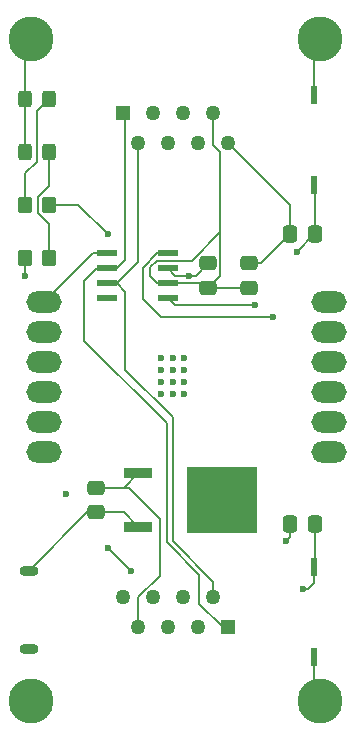
<source format=gbl>
%TF.GenerationSoftware,KiCad,Pcbnew,8.0.1-8.0.1-1~ubuntu22.04.1*%
%TF.CreationDate,2024-04-03T01:55:53-04:00*%
%TF.ProjectId,esp32_rover_devkit,65737033-325f-4726-9f76-65725f646576,rev?*%
%TF.SameCoordinates,Original*%
%TF.FileFunction,Copper,L4,Bot*%
%TF.FilePolarity,Positive*%
%FSLAX46Y46*%
G04 Gerber Fmt 4.6, Leading zero omitted, Abs format (unit mm)*
G04 Created by KiCad (PCBNEW 8.0.1-8.0.1-1~ubuntu22.04.1) date 2024-04-03 01:55:53*
%MOMM*%
%LPD*%
G01*
G04 APERTURE LIST*
G04 Aperture macros list*
%AMRoundRect*
0 Rectangle with rounded corners*
0 $1 Rounding radius*
0 $2 $3 $4 $5 $6 $7 $8 $9 X,Y pos of 4 corners*
0 Add a 4 corners polygon primitive as box body*
4,1,4,$2,$3,$4,$5,$6,$7,$8,$9,$2,$3,0*
0 Add four circle primitives for the rounded corners*
1,1,$1+$1,$2,$3*
1,1,$1+$1,$4,$5*
1,1,$1+$1,$6,$7*
1,1,$1+$1,$8,$9*
0 Add four rect primitives between the rounded corners*
20,1,$1+$1,$2,$3,$4,$5,0*
20,1,$1+$1,$4,$5,$6,$7,0*
20,1,$1+$1,$6,$7,$8,$9,0*
20,1,$1+$1,$8,$9,$2,$3,0*%
G04 Aperture macros list end*
%TA.AperFunction,ComponentPad*%
%ADD10C,2.600000*%
%TD*%
%TA.AperFunction,ConnectorPad*%
%ADD11C,3.800000*%
%TD*%
%TA.AperFunction,ComponentPad*%
%ADD12O,1.600000X0.900000*%
%TD*%
%TA.AperFunction,SMDPad,CuDef*%
%ADD13R,2.489200X0.939800*%
%TD*%
%TA.AperFunction,SMDPad,CuDef*%
%ADD14R,5.918200X5.562600*%
%TD*%
%TA.AperFunction,SMDPad,CuDef*%
%ADD15RoundRect,0.250000X0.475000X-0.337500X0.475000X0.337500X-0.475000X0.337500X-0.475000X-0.337500X0*%
%TD*%
%TA.AperFunction,SMDPad,CuDef*%
%ADD16RoundRect,0.250000X-0.325000X-0.450000X0.325000X-0.450000X0.325000X0.450000X-0.325000X0.450000X0*%
%TD*%
%TA.AperFunction,SMDPad,CuDef*%
%ADD17R,0.609600X1.511300*%
%TD*%
%TA.AperFunction,SMDPad,CuDef*%
%ADD18RoundRect,0.250000X-0.337500X-0.475000X0.337500X-0.475000X0.337500X0.475000X-0.337500X0.475000X0*%
%TD*%
%TA.AperFunction,SMDPad,CuDef*%
%ADD19RoundRect,0.250000X-0.475000X0.337500X-0.475000X-0.337500X0.475000X-0.337500X0.475000X0.337500X0*%
%TD*%
%TA.AperFunction,SMDPad,CuDef*%
%ADD20RoundRect,0.041300X0.833700X0.253700X-0.833700X0.253700X-0.833700X-0.253700X0.833700X-0.253700X0*%
%TD*%
%TA.AperFunction,SMDPad,CuDef*%
%ADD21RoundRect,0.250000X-0.350000X-0.450000X0.350000X-0.450000X0.350000X0.450000X-0.350000X0.450000X0*%
%TD*%
%TA.AperFunction,SMDPad,CuDef*%
%ADD22RoundRect,0.250000X0.350000X0.450000X-0.350000X0.450000X-0.350000X-0.450000X0.350000X-0.450000X0*%
%TD*%
%TA.AperFunction,ComponentPad*%
%ADD23R,1.268000X1.268000*%
%TD*%
%TA.AperFunction,ComponentPad*%
%ADD24C,1.268000*%
%TD*%
%TA.AperFunction,ComponentPad*%
%ADD25O,3.000000X1.800000*%
%TD*%
%TA.AperFunction,ViaPad*%
%ADD26C,0.600000*%
%TD*%
%TA.AperFunction,Conductor*%
%ADD27C,0.200000*%
%TD*%
G04 APERTURE END LIST*
D10*
%TO.P,H2,1,1*%
%TO.N,GND*%
X46000000Y-23000000D03*
D11*
X46000000Y-23000000D03*
%TD*%
D10*
%TO.P,H4,1,1*%
%TO.N,GND*%
X46000000Y-79000000D03*
D11*
X46000000Y-79000000D03*
%TD*%
D10*
%TO.P,H3,1,1*%
%TO.N,GND*%
X21500000Y-79000000D03*
D11*
X21500000Y-79000000D03*
%TD*%
D10*
%TO.P,H1,1,1*%
%TO.N,GND*%
X21500000Y-23000000D03*
D11*
X21500000Y-23000000D03*
%TD*%
D12*
%TO.P,J1,6,Shield*%
%TO.N,GND*%
X21325000Y-68000000D03*
X21325000Y-74600000D03*
%TD*%
D13*
%TO.P,U2,1,GND*%
%TO.N,GND*%
X30605800Y-64286000D03*
D14*
%TO.P,U2,2,OUTPUT*%
%TO.N,+3.3V*%
X37679700Y-62000000D03*
D13*
%TO.P,U2,3,INPUT*%
%TO.N,+5V*%
X30605800Y-59714000D03*
%TD*%
D15*
%TO.P,C7,1*%
%TO.N,+5V*%
X40000000Y-44037500D03*
%TO.P,C7,2*%
%TO.N,GND*%
X40000000Y-41962500D03*
%TD*%
D16*
%TO.P,D2,1,K*%
%TO.N,GND*%
X20975000Y-28000000D03*
%TO.P,D2,2,A*%
%TO.N,Net-(D2-A)*%
X23025000Y-28000000D03*
%TD*%
D17*
%TO.P,SW1,1*%
%TO.N,GND*%
X45500000Y-75303650D03*
%TO.P,SW1,2*%
%TO.N,EN_PB*%
X45500000Y-67696350D03*
%TD*%
D16*
%TO.P,D1,1,K*%
%TO.N,GND*%
X20975000Y-32500000D03*
%TO.P,D1,2,A*%
%TO.N,Net-(D1-A)*%
X23025000Y-32500000D03*
%TD*%
D18*
%TO.P,C4,1*%
%TO.N,GND*%
X43462500Y-64000000D03*
%TO.P,C4,2*%
%TO.N,EN_PB*%
X45537500Y-64000000D03*
%TD*%
D19*
%TO.P,C6,1*%
%TO.N,+5V*%
X27000000Y-60962500D03*
%TO.P,C6,2*%
%TO.N,GND*%
X27000000Y-63037500D03*
%TD*%
D18*
%TO.P,C5,1*%
%TO.N,GND*%
X43462500Y-39500000D03*
%TO.P,C5,2*%
%TO.N,GPIO_0*%
X45537500Y-39500000D03*
%TD*%
D17*
%TO.P,SW2,1*%
%TO.N,GND*%
X45500000Y-27696350D03*
%TO.P,SW2,2*%
%TO.N,GPIO_0*%
X45500000Y-35303650D03*
%TD*%
D20*
%TO.P,U3,1,TXD*%
%TO.N,RXC*%
X33085000Y-41095000D03*
%TO.P,U3,2,GND*%
%TO.N,GND*%
X33085000Y-42365000D03*
%TO.P,U3,3,VCC*%
%TO.N,+5V*%
X33085000Y-43635000D03*
%TO.P,U3,4,RXD*%
%TO.N,TXC*%
X33085000Y-44905000D03*
%TO.P,U3,5,VREF*%
%TO.N,unconnected-(U3-VREF-Pad5)*%
X27915000Y-44905000D03*
%TO.P,U3,6,CANL*%
%TO.N,CANL*%
X27915000Y-43635000D03*
%TO.P,U3,7,CANH*%
%TO.N,CANH*%
X27915000Y-42365000D03*
%TO.P,U3,8,S*%
%TO.N,GND*%
X27915000Y-41095000D03*
%TD*%
D15*
%TO.P,C8,1*%
%TO.N,+5V*%
X36500000Y-44037500D03*
%TO.P,C8,2*%
%TO.N,GND*%
X36500000Y-41962500D03*
%TD*%
D21*
%TO.P,R3,1*%
%TO.N,Net-(D2-A)*%
X21000000Y-37000000D03*
%TO.P,R3,2*%
%TO.N,LED_BUILDIN*%
X23000000Y-37000000D03*
%TD*%
D22*
%TO.P,R2,1*%
%TO.N,Net-(D1-A)*%
X23000000Y-41500000D03*
%TO.P,R2,2*%
%TO.N,+3.3V*%
X21000000Y-41500000D03*
%TD*%
D23*
%TO.P,J3,1*%
%TO.N,CANH*%
X38229000Y-72770000D03*
D24*
%TO.P,J3,2*%
%TO.N,CANL*%
X36959000Y-70230000D03*
%TO.P,J3,3*%
%TO.N,unconnected-(J3-Pad3)*%
X35689000Y-72770000D03*
%TO.P,J3,4*%
%TO.N,unconnected-(J3-Pad4)*%
X34419000Y-70230000D03*
%TO.P,J3,5*%
%TO.N,unconnected-(J3-Pad5)*%
X33149000Y-72770000D03*
%TO.P,J3,6*%
%TO.N,unconnected-(J3-Pad6)*%
X31879000Y-70230000D03*
%TO.P,J3,7*%
%TO.N,+5V*%
X30609000Y-72770000D03*
%TO.P,J3,8*%
%TO.N,GND*%
X29339000Y-70230000D03*
%TD*%
D25*
%TO.P,U4,1,SDA*%
%TO.N,SDA*%
X46740000Y-57950000D03*
%TO.P,U4,2,GND*%
%TO.N,GND*%
X22640000Y-45250000D03*
X22640000Y-47790000D03*
X22640000Y-50330000D03*
X22640000Y-52870000D03*
X46740000Y-55410000D03*
X22640000Y-55410000D03*
X22640000Y-57950000D03*
%TO.P,U4,3,TX*%
%TO.N,RX1*%
X46740000Y-52870000D03*
%TO.P,U4,4,RX*%
%TO.N,TX1*%
X46740000Y-50330000D03*
%TO.P,U4,5,Vcc*%
%TO.N,+3.3V*%
X46740000Y-47790000D03*
%TO.P,U4,6,SCL*%
%TO.N,SCL*%
X46740000Y-45250000D03*
%TD*%
D23*
%TO.P,J2,1*%
%TO.N,CANH*%
X29339000Y-29230000D03*
D24*
%TO.P,J2,2*%
%TO.N,CANL*%
X30609000Y-31770000D03*
%TO.P,J2,3*%
%TO.N,unconnected-(J2-Pad3)*%
X31879000Y-29230000D03*
%TO.P,J2,4*%
%TO.N,unconnected-(J2-Pad4)*%
X33149000Y-31770000D03*
%TO.P,J2,5*%
%TO.N,unconnected-(J2-Pad5)*%
X34419000Y-29230000D03*
%TO.P,J2,6*%
%TO.N,unconnected-(J2-Pad6)*%
X35689000Y-31770000D03*
%TO.P,J2,7*%
%TO.N,+5V*%
X36959000Y-29230000D03*
%TO.P,J2,8*%
%TO.N,GND*%
X38229000Y-31770000D03*
%TD*%
D26*
%TO.N,GND*%
X32500000Y-52000000D03*
X34500000Y-51000000D03*
X32500000Y-50000000D03*
X33500000Y-51000000D03*
X34500000Y-53000000D03*
X34861805Y-43006449D03*
X33500000Y-52000000D03*
X32500000Y-51000000D03*
X33500000Y-53000000D03*
X32500000Y-53000000D03*
X34500000Y-52000000D03*
X43122102Y-65429103D03*
X34500000Y-50000000D03*
X33500000Y-50000000D03*
%TO.N,+3.3V*%
X35500000Y-62000000D03*
X24500000Y-61500000D03*
X37500000Y-60000000D03*
X35500000Y-60000000D03*
X37500000Y-62000000D03*
X39500000Y-61000000D03*
X35500000Y-61000000D03*
X21000000Y-43000000D03*
X38500000Y-62000000D03*
X36500000Y-60000000D03*
X36500000Y-62000000D03*
X37500000Y-61000000D03*
X38500000Y-61000000D03*
X39500000Y-60000000D03*
X36500000Y-61000000D03*
X38500000Y-60000000D03*
%TO.N,EN_PB*%
X44500000Y-69500000D03*
X28037500Y-66037500D03*
X30000000Y-68000000D03*
%TO.N,GPIO_0*%
X44000000Y-41000000D03*
%TO.N,LED_BUILDIN*%
X28000000Y-39500000D03*
%TO.N,TXC*%
X40500000Y-45500000D03*
%TO.N,RXC*%
X42000000Y-46500000D03*
%TD*%
D27*
%TO.N,GND*%
X41000000Y-41962500D02*
X43462500Y-39500000D01*
X40000000Y-41962500D02*
X41000000Y-41962500D01*
X45500000Y-27696350D02*
X45500000Y-23500000D01*
X36500000Y-41962500D02*
X35456051Y-43006449D01*
X27000000Y-63037500D02*
X29357300Y-63037500D01*
X43462500Y-65088705D02*
X43122102Y-65429103D01*
X20975000Y-28000000D02*
X20975000Y-23525000D01*
X45500000Y-23500000D02*
X46000000Y-23000000D01*
X20975000Y-23525000D02*
X21500000Y-23000000D01*
X22640000Y-45250000D02*
X26795000Y-41095000D01*
X29357300Y-63037500D02*
X30605800Y-64286000D01*
X20975000Y-28000000D02*
X20975000Y-32500000D01*
X45500000Y-75303650D02*
X45500000Y-78500000D01*
X33726449Y-43006449D02*
X33085000Y-42365000D01*
X35456051Y-43006449D02*
X33726449Y-43006449D01*
X27000000Y-63037500D02*
X26287500Y-63037500D01*
X43462500Y-37003500D02*
X38229000Y-31770000D01*
X26287500Y-63037500D02*
X21325000Y-68000000D01*
X45500000Y-78500000D02*
X46000000Y-79000000D01*
X43462500Y-64000000D02*
X43462500Y-65088705D01*
X43462500Y-39500000D02*
X43462500Y-37003500D01*
X26795000Y-41095000D02*
X27915000Y-41095000D01*
%TO.N,+3.3V*%
X21000000Y-41500000D02*
X21000000Y-43000000D01*
%TO.N,EN_PB*%
X45500000Y-69000000D02*
X45500000Y-67696350D01*
X45537500Y-64000000D02*
X45537500Y-67658850D01*
X45000000Y-69500000D02*
X45500000Y-69000000D01*
X44500000Y-69500000D02*
X45000000Y-69500000D01*
X30000000Y-68000000D02*
X28037500Y-66037500D01*
X45537500Y-67658850D02*
X45500000Y-67696350D01*
%TO.N,GPIO_0*%
X45537500Y-35341150D02*
X45500000Y-35303650D01*
X45537500Y-39500000D02*
X45537500Y-35341150D01*
X45500000Y-39500000D02*
X44000000Y-41000000D01*
X45537500Y-39500000D02*
X45500000Y-39500000D01*
%TO.N,+5V*%
X31605719Y-43030718D02*
X31605719Y-42273066D01*
X36500000Y-44037500D02*
X40000000Y-44037500D01*
X35147241Y-41718015D02*
X37525000Y-39340256D01*
X32210001Y-43635000D02*
X31605719Y-43030718D01*
X32400000Y-63595000D02*
X32400000Y-68388124D01*
X32400000Y-68388124D02*
X30609000Y-70179124D01*
X29357300Y-60962500D02*
X30605800Y-59714000D01*
X29767500Y-60962500D02*
X29357300Y-60962500D01*
X37525000Y-43012500D02*
X37525000Y-41000000D01*
X30609000Y-70179124D02*
X30609000Y-72770000D01*
X33085000Y-43635000D02*
X32210001Y-43635000D01*
X33085000Y-43635000D02*
X36097500Y-43635000D01*
X31605719Y-42273066D02*
X32160770Y-41718015D01*
X36500000Y-44037500D02*
X37525000Y-43012500D01*
X32160770Y-41718015D02*
X35147241Y-41718015D01*
X27000000Y-60962500D02*
X29357300Y-60962500D01*
X37525000Y-32525000D02*
X36959000Y-31959000D01*
X36097500Y-43635000D02*
X36500000Y-44037500D01*
X37525000Y-41000000D02*
X37525000Y-32525000D01*
X32400000Y-63595000D02*
X29767500Y-60962500D01*
X36959000Y-31959000D02*
X36959000Y-29230000D01*
%TO.N,Net-(D1-A)*%
X22100000Y-36315256D02*
X23000000Y-35415256D01*
X23000000Y-32525000D02*
X23025000Y-32500000D01*
X23000000Y-35415256D02*
X23000000Y-32525000D01*
X23000000Y-41500000D02*
X23000000Y-38584744D01*
X22100000Y-37684744D02*
X22100000Y-36315256D01*
X23000000Y-38584744D02*
X22100000Y-37684744D01*
%TO.N,Net-(D2-A)*%
X22000000Y-29025000D02*
X23025000Y-28000000D01*
X22000000Y-33334744D02*
X22000000Y-29025000D01*
X21000000Y-34334744D02*
X22000000Y-33334744D01*
X21000000Y-37000000D02*
X21000000Y-34334744D01*
%TO.N,CANL*%
X28789999Y-43635000D02*
X27915000Y-43635000D01*
X36959000Y-68959000D02*
X33500000Y-65500000D01*
X33500000Y-65500000D02*
X33500000Y-55000000D01*
X30609000Y-31770000D02*
X30609000Y-41815999D01*
X33500000Y-55000000D02*
X29500000Y-51000000D01*
X36959000Y-70230000D02*
X36959000Y-68959000D01*
X29500000Y-44345001D02*
X28789999Y-43635000D01*
X30609000Y-41815999D02*
X28789999Y-43635000D01*
X29500000Y-51000000D02*
X29500000Y-44345001D01*
%TO.N,CANH*%
X37770000Y-72770000D02*
X35773663Y-70773663D01*
X29500000Y-29391000D02*
X29500000Y-41654999D01*
X26000000Y-43489392D02*
X27124392Y-42365000D01*
X26000000Y-48500000D02*
X26000000Y-43489392D01*
X33000000Y-55500000D02*
X26000000Y-48500000D01*
X29339000Y-29230000D02*
X29500000Y-29391000D01*
X28789999Y-42365000D02*
X27915000Y-42365000D01*
X35773663Y-70773663D02*
X35773663Y-68339349D01*
X35773663Y-68339349D02*
X33000000Y-65565686D01*
X29500000Y-41654999D02*
X28789999Y-42365000D01*
X27124392Y-42365000D02*
X27915000Y-42365000D01*
X38229000Y-72770000D02*
X37770000Y-72770000D01*
X33000000Y-65565686D02*
X33000000Y-55500000D01*
%TO.N,LED_BUILDIN*%
X25500000Y-37000000D02*
X28000000Y-39500000D01*
X23000000Y-37000000D02*
X25500000Y-37000000D01*
%TO.N,TXC*%
X40500000Y-45500000D02*
X33680000Y-45500000D01*
X33680000Y-45500000D02*
X33085000Y-44905000D01*
%TO.N,RXC*%
X32500000Y-46500000D02*
X31000000Y-45000000D01*
X31000000Y-42313099D02*
X32218099Y-41095000D01*
X31000000Y-45000000D02*
X31000000Y-42313099D01*
X32218099Y-41095000D02*
X33085000Y-41095000D01*
X42000000Y-46500000D02*
X32500000Y-46500000D01*
%TD*%
M02*

</source>
